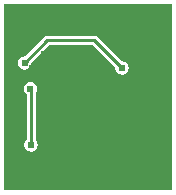
<source format=gbl>
%FSLAX24Y24*%
%MOIN*%
G70*
G01*
G75*
G04 Layer_Physical_Order=2*
G04 Layer_Color=16711680*
%ADD10R,0.0197X0.0236*%
%ADD11R,0.0394X0.0709*%
%ADD12R,0.0197X0.0256*%
%ADD13R,0.0236X0.0197*%
%ADD14R,0.0400X0.0370*%
G04:AMPARAMS|DCode=15|XSize=47.2mil|YSize=43.3mil|CornerRadius=0mil|HoleSize=0mil|Usage=FLASHONLY|Rotation=225.000|XOffset=0mil|YOffset=0mil|HoleType=Round|Shape=Rectangle|*
%AMROTATEDRECTD15*
4,1,4,0.0014,0.0320,0.0320,0.0014,-0.0014,-0.0320,-0.0320,-0.0014,0.0014,0.0320,0.0*
%
%ADD15ROTATEDRECTD15*%

%ADD16O,0.0256X0.0079*%
%ADD17O,0.0079X0.0256*%
%ADD18R,0.1850X0.1850*%
G04:AMPARAMS|DCode=19|XSize=19.7mil|YSize=23.6mil|CornerRadius=0mil|HoleSize=0mil|Usage=FLASHONLY|Rotation=225.000|XOffset=0mil|YOffset=0mil|HoleType=Round|Shape=Rectangle|*
%AMROTATEDRECTD19*
4,1,4,-0.0014,0.0153,0.0153,-0.0014,0.0014,-0.0153,-0.0153,0.0014,-0.0014,0.0153,0.0*
%
%ADD19ROTATEDRECTD19*%

%ADD20C,0.0060*%
%ADD21C,0.0370*%
%ADD22C,0.0080*%
%ADD23C,0.0090*%
%ADD24C,0.0240*%
%ADD25C,0.0260*%
G36*
X2668Y-2427D02*
X-2908D01*
Y3767D01*
X2668D01*
Y-2427D01*
D02*
G37*
%LPC*%
G36*
X-2040Y1182D02*
X-2125Y1165D01*
X-2198Y1117D01*
X-2247Y1044D01*
X-2264Y958D01*
X-2247Y872D01*
X-2198Y800D01*
X-2158Y773D01*
Y-754D01*
X-2169Y-761D01*
X-2217Y-834D01*
X-2234Y-920D01*
X-2217Y-1006D01*
X-2169Y-1079D01*
X-2096Y-1127D01*
X-2010Y-1144D01*
X-1924Y-1127D01*
X-1851Y-1079D01*
X-1803Y-1006D01*
X-1786Y-920D01*
X-1803Y-834D01*
X-1851Y-761D01*
X-1862Y-754D01*
Y828D01*
X-1832Y872D01*
X-1815Y958D01*
X-1832Y1044D01*
X-1881Y1117D01*
X-1954Y1165D01*
X-2040Y1182D01*
D02*
G37*
G36*
X100Y2718D02*
X-1478D01*
X-1534Y2707D01*
X-1582Y2675D01*
X-2217Y2040D01*
X-2230Y2042D01*
X-2315Y2025D01*
X-2388Y1977D01*
X-2437Y1904D01*
X-2454Y1818D01*
X-2437Y1732D01*
X-2388Y1660D01*
X-2315Y1611D01*
X-2230Y1594D01*
X-2144Y1611D01*
X-2071Y1660D01*
X-2022Y1732D01*
X-2005Y1818D01*
X-2008Y1831D01*
X-1416Y2422D01*
X39D01*
X798Y1663D01*
X796Y1650D01*
X813Y1564D01*
X861Y1491D01*
X934Y1443D01*
X1020Y1426D01*
X1106Y1443D01*
X1179Y1491D01*
X1227Y1564D01*
X1244Y1650D01*
X1227Y1736D01*
X1179Y1809D01*
X1106Y1857D01*
X1020Y1874D01*
X1007Y1872D01*
X205Y2675D01*
X157Y2707D01*
X100Y2718D01*
D02*
G37*
%LPD*%
D23*
Y2570D02*
X1020Y1650D01*
X-2230Y1818D02*
X-1478Y2570D01*
X-2010Y-910D02*
Y958D01*
X-1478Y2570D02*
X100D01*
D24*
X-2790Y-2310D02*
D03*
X-2790Y-960D02*
D03*
X-1110Y3650D02*
D03*
X-2790D02*
D03*
X2550D02*
D03*
X-130D02*
D03*
X-1950Y3190D02*
D03*
X2550Y-1480D02*
D03*
X1620Y-1480D02*
D03*
X2550Y1550D02*
D03*
Y2290D02*
D03*
Y700D02*
D03*
X1730Y2880D02*
D03*
X-2790Y2320D02*
D03*
X2070Y3400D02*
D03*
X-2020Y-1320D02*
D03*
X1410Y2250D02*
D03*
X-1120Y-1200D02*
D03*
X1020Y1650D02*
D03*
X-70Y2190D02*
D03*
X-2010Y-920D02*
D03*
X-1590Y2130D02*
D03*
X40Y2980D02*
D03*
X-1230Y1208D02*
D03*
X-2040Y958D02*
D03*
X-2230Y1818D02*
D03*
X-1990Y1638D02*
D03*
X-2790Y808D02*
D03*
X-880Y-2310D02*
D03*
X1620D02*
D03*
X2550D02*
D03*
D25*
X-709Y709D02*
D03*
X-236D02*
D03*
X236D02*
D03*
X709D02*
D03*
X-709Y236D02*
D03*
X-236D02*
D03*
X236D02*
D03*
X709D02*
D03*
X-709Y-236D02*
D03*
X-236D02*
D03*
X236D02*
D03*
X709D02*
D03*
X-709Y-709D02*
D03*
X-236D02*
D03*
X236D02*
D03*
X709D02*
D03*
M02*

</source>
